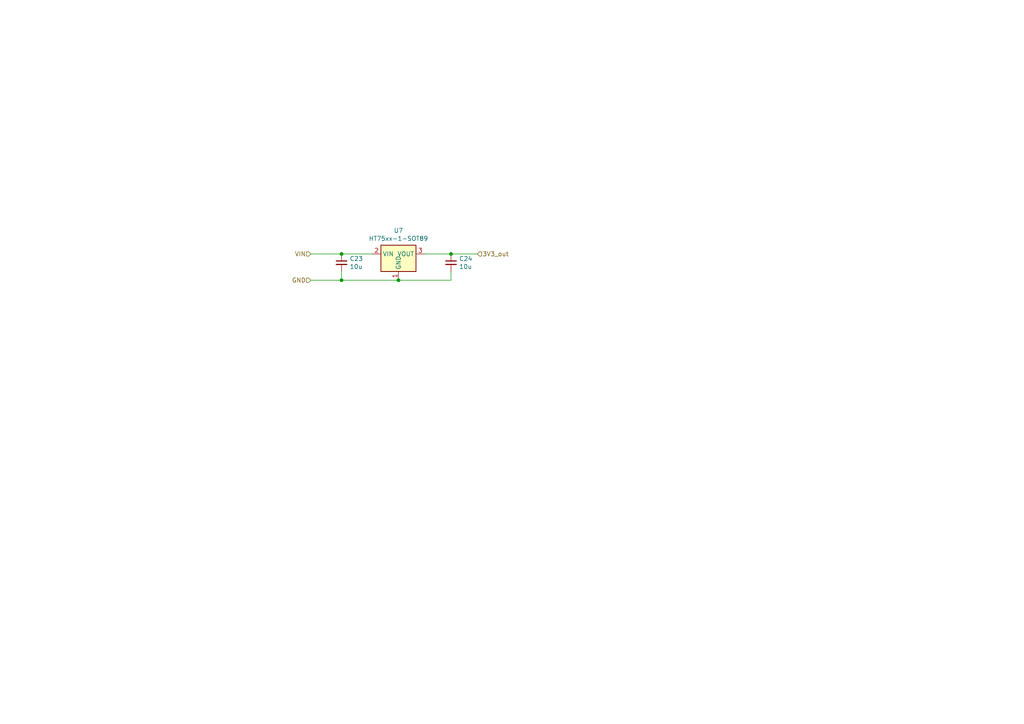
<source format=kicad_sch>
(kicad_sch (version 20231120) (generator "eeschema") (generator_version "8.0")
  (paper "A4")
  (lib_symbols
    (symbol "Device:C_Small" (pin_numbers hide) (pin_names (offset 0.254) hide)
      (property "Reference" "C" (at 0.254 1.778 0))
      (property "Value" "C_Small" (at 0.254 -2.032 0))
      (symbol "C_Small_0_1"
        (polyline (pts (xy -1.524 -0.508) (xy 1.524 -0.508)) (stroke (width 0.3302)))
        (polyline (pts (xy -1.524 0.508) (xy 1.524 0.508)) (stroke (width 0.3048)))
      )
      (symbol "C_Small_1_1"
        (pin passive line (at 0 2.54 270) (length 2.032) (name "~") (number "1"))
        (pin passive line (at 0 -2.54 90) (length 2.032) (name "~") (number "2"))
      )
    )
    (symbol "Regulator_Linear:HT75xx-1-SOT89"
      (property "Reference" "U" (at -5.08 -3.81 0))
      (property "Value" "HT75xx-1-SOT89" (at 0 6.35 0))
      (symbol "HT75xx-1-SOT89_0_1"
        (rectangle (start -5.08 5.08) (end 5.08 -2.54) (stroke (width 0.254)) (fill (type background)))
      )
      (symbol "HT75xx-1-SOT89_1_1"
        (pin power_in line (at 0 -5.08 90) (length 2.54) (name "GND") (number "1"))
        (pin power_in line (at -7.62 2.54 0) (length 2.54) (name "VIN") (number "2"))
        (pin power_out line (at 7.62 2.54 180) (length 2.54) (name "VOUT") (number "3"))
      )
    )
  )
  (junction (at 115.57 81.28))
  (junction (at 99.06 81.28))
  (junction (at 99.06 73.66))
  (junction (at 130.81 73.66))
  (wire (pts (xy 138.43 73.66) (xy 130.81 73.66)))
  (wire (pts (xy 130.81 73.66) (xy 123.19 73.66)))
  (wire (pts (xy 90.17 73.66) (xy 99.06 73.66)))
  (wire (pts (xy 99.06 73.66) (xy 107.95 73.66)))
  (wire (pts (xy 99.06 78.74) (xy 99.06 81.28)))
  (wire (pts (xy 90.17 81.28) (xy 99.06 81.28)))
  (wire (pts (xy 99.06 81.28) (xy 115.57 81.28)))
  (wire (pts (xy 115.57 81.28) (xy 130.81 81.28)))
  (wire (pts (xy 130.81 81.28) (xy 130.81 78.74)))
  (hierarchical_label "3V3_out" (shape input) (at 138.43 73.66 0))
  (hierarchical_label "GND" (shape input) (at 90.17 81.28 180))
  (hierarchical_label "VIN" (shape input) (at 90.17 73.66 180))
  (symbol (lib_id "Regulator_Linear:HT75xx-1-SOT89") (at 115.57 76.2 0) (unit 1)
    (property "Reference" "U7" (at 115.57 66.8782 0))
    (property "Value" "HT75xx-1-SOT89" (at 115.57 69.1896 0))
    (property "Footprint" "Package_TO_SOT_SMD:SOT-89-3" (effects (hide yes)))
    (property "Datasheet" "https://www.holtek.com/documents/10179/116711/HT75xx-1v250.pdf" (effects (hide yes)))
    (property "LCSC" "C14289" (effects (hide yes)))
    (instances (project "jantteri_right" (path "" (reference "U7") (unit 1)) (path "" (reference "U6") (unit 1))))
  )
  (symbol (lib_id "Device:C_Small") (at 130.81 76.2 0) (unit 1)
    (property "Reference" "C24" (at 133.1468 75.0316 0) (effects (justify left)))
    (property "Value" "10u" (at 133.1468 77.343 0) (effects (justify left)))
    (property "Footprint" "Capacitor_SMD:C_0805_2012Metric" (effects (hide yes)))
    (property "LCSC" "C440198" (effects (hide yes)))
    (instances (project "jantteri_right" (path "" (reference "C24") (unit 1)) (path "" (reference "C22") (unit 1))))
  )
  (symbol (lib_id "Device:C_Small") (at 99.06 76.2 0) (unit 1)
    (property "Reference" "C23" (at 101.3968 75.0316 0) (effects (justify left)))
    (property "Value" "10u" (at 101.3968 77.343 0) (effects (justify left)))
    (property "Footprint" "Capacitor_SMD:C_0805_2012Metric" (effects (hide yes)))
    (property "LCSC" "C440198" (effects (hide yes)))
    (instances (project "jantteri_right" (path "" (reference "C23") (unit 1)) (path "" (reference "C21") (unit 1))))
  )
)
</source>
